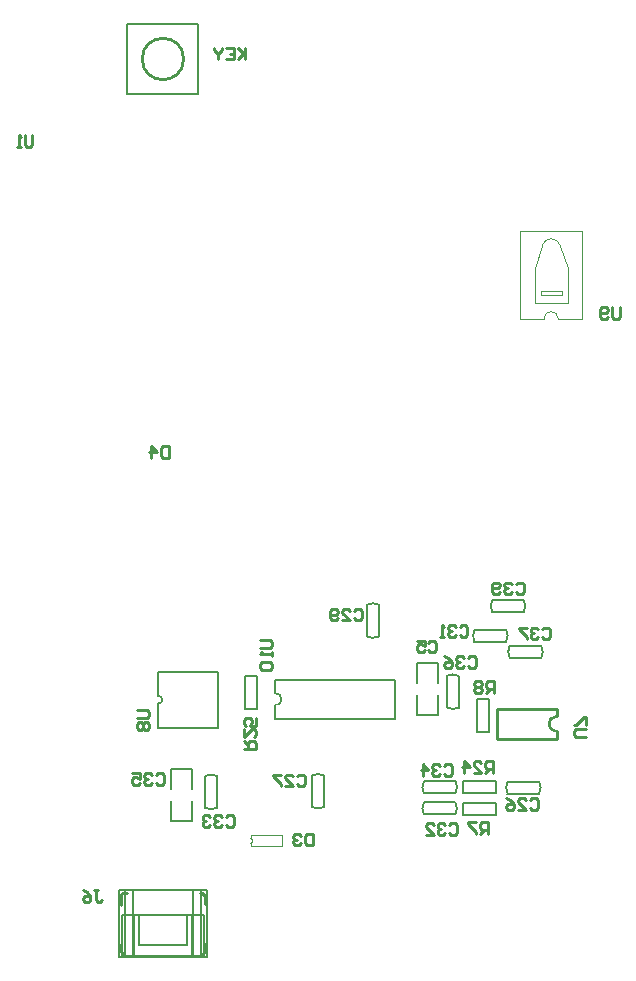
<source format=gbo>
%FSLAX25Y25*%
%MOIN*%
G70*
G01*
G75*
G04 Layer_Color=32896*
%ADD10R,0.03000X0.03000*%
%ADD11R,0.03000X0.03000*%
%ADD12R,0.06000X0.13780*%
%ADD13R,0.05000X0.01000*%
%ADD14O,0.05000X0.01000*%
%ADD15R,0.01000X0.05000*%
%ADD16C,0.03937*%
%ADD17R,0.03600X0.03600*%
%ADD18R,0.05000X0.03600*%
%ADD19R,0.03600X0.03600*%
%ADD20R,0.03600X0.05000*%
%ADD21R,0.06000X0.05000*%
%ADD22R,0.07500X0.09000*%
%ADD23R,0.10827X0.10827*%
%ADD24R,0.05000X0.06000*%
%ADD25R,0.15748X0.11811*%
%ADD26O,0.03150X0.09843*%
%ADD27R,0.03150X0.09843*%
%ADD28R,0.11811X0.15748*%
%ADD29O,0.09843X0.03150*%
%ADD30R,0.09843X0.03150*%
%ADD31O,0.05906X0.01969*%
G04:AMPARAMS|DCode=32|XSize=86.61mil|YSize=47.24mil|CornerRadius=11.81mil|HoleSize=0mil|Usage=FLASHONLY|Rotation=270.000|XOffset=0mil|YOffset=0mil|HoleType=Round|Shape=RoundedRectangle|*
%AMROUNDEDRECTD32*
21,1,0.08661,0.02362,0,0,270.0*
21,1,0.06299,0.04724,0,0,270.0*
1,1,0.02362,-0.01181,-0.03150*
1,1,0.02362,-0.01181,0.03150*
1,1,0.02362,0.01181,0.03150*
1,1,0.02362,0.01181,-0.03150*
%
%ADD32ROUNDEDRECTD32*%
%ADD33R,0.04724X0.09449*%
%ADD34C,0.01000*%
%ADD35C,0.01969*%
%ADD36C,0.03150*%
%ADD37C,0.01181*%
%ADD38C,0.02953*%
%ADD39C,0.06000*%
%ADD40O,0.07874X0.11811*%
%ADD41C,0.06200*%
%ADD42P,0.06711X8X22.5*%
%ADD43R,0.05906X0.05906*%
%ADD44C,0.05906*%
%ADD45O,0.06000X0.04000*%
%ADD46O,0.04724X0.07874*%
%ADD47P,0.06392X8X22.5*%
%ADD48C,0.05906*%
%ADD49P,0.06392X8X142.5*%
%ADD50P,0.06392X8X82.5*%
%ADD51C,0.06299*%
%ADD52C,0.02362*%
%ADD53R,0.02362X0.04331*%
%ADD54R,0.07087X0.03150*%
%ADD55R,0.01575X0.07874*%
%ADD56O,0.01575X0.07874*%
%ADD57O,0.01969X0.05906*%
%ADD58O,0.02400X0.08000*%
%ADD59C,0.00787*%
%ADD60C,0.00500*%
%ADD61C,0.00800*%
%ADD62C,0.00394*%
%ADD63R,0.02567X0.13000*%
%ADD64R,0.02900X0.14000*%
%ADD65R,0.03800X0.03800*%
%ADD66R,0.03800X0.03800*%
%ADD67R,0.06800X0.14579*%
%ADD68R,0.05800X0.01800*%
%ADD69O,0.05800X0.01800*%
%ADD70R,0.01800X0.05800*%
%ADD71C,0.04737*%
%ADD72R,0.04400X0.04400*%
%ADD73R,0.05800X0.04400*%
%ADD74R,0.04400X0.04400*%
%ADD75R,0.04400X0.05800*%
%ADD76R,0.06800X0.05800*%
%ADD77R,0.08300X0.09800*%
%ADD78R,0.11627X0.11627*%
%ADD79R,0.05800X0.06800*%
%ADD80R,0.16548X0.12611*%
%ADD81O,0.03950X0.10642*%
%ADD82R,0.03950X0.10642*%
%ADD83R,0.12611X0.16548*%
%ADD84O,0.10642X0.03950*%
%ADD85R,0.10642X0.03950*%
%ADD86O,0.06706X0.02769*%
G04:AMPARAMS|DCode=87|XSize=94.61mil|YSize=55.24mil|CornerRadius=13.81mil|HoleSize=0mil|Usage=FLASHONLY|Rotation=270.000|XOffset=0mil|YOffset=0mil|HoleType=Round|Shape=RoundedRectangle|*
%AMROUNDEDRECTD87*
21,1,0.09461,0.02762,0,0,270.0*
21,1,0.06699,0.05524,0,0,270.0*
1,1,0.02762,-0.01381,-0.03350*
1,1,0.02762,-0.01381,0.03350*
1,1,0.02762,0.01381,0.03350*
1,1,0.02762,0.01381,-0.03350*
%
%ADD87ROUNDEDRECTD87*%
%ADD88R,0.05524X0.10249*%
%ADD89C,0.06800*%
%ADD90O,0.08674X0.12611*%
%ADD91C,0.07000*%
%ADD92P,0.07577X8X22.5*%
%ADD93R,0.06706X0.06706*%
%ADD94C,0.06706*%
%ADD95O,0.06800X0.04800*%
%ADD96O,0.05524X0.08674*%
%ADD97P,0.07258X8X22.5*%
%ADD98C,0.06706*%
%ADD99P,0.07258X8X142.5*%
%ADD100P,0.07258X8X82.5*%
%ADD101C,0.07099*%
%ADD102R,0.03162X0.05131*%
%ADD103R,0.07887X0.03950*%
%ADD104R,0.02375X0.08674*%
%ADD105O,0.02375X0.08674*%
%ADD106O,0.02769X0.06706*%
%ADD107O,0.03200X0.08800*%
D34*
X7390Y137757D02*
G03*
X7390Y137757I-6890J0D01*
G01*
X131700Y-81400D02*
G03*
X131700Y-86400I0J-2500D01*
G01*
X14500Y-159800D02*
Y-157300D01*
X-10500Y-161300D02*
X13000D01*
X-12000D02*
X-10500D01*
X-13500Y-159800D02*
X-12000Y-161300D01*
X-13500Y-159800D02*
Y-159300D01*
X13000Y-161300D02*
X14500Y-159800D01*
X-13500Y-159300D02*
Y-157300D01*
Y-144300D02*
Y-142800D01*
Y-140800D01*
X-13000Y-140300D01*
X-11500D01*
X14500Y-143800D02*
Y-141300D01*
X13500Y-140300D02*
X14500Y-141300D01*
X13000Y-140300D02*
X13500D01*
X111700Y-88900D02*
X131700D01*
X111700D02*
Y-78900D01*
X131700D01*
Y-81400D02*
Y-78900D01*
Y-88900D02*
Y-86400D01*
X32764Y-56000D02*
X36044D01*
X36700Y-56656D01*
Y-57968D01*
X36044Y-58624D01*
X32764D01*
X36700Y-59936D02*
Y-61248D01*
Y-60592D01*
X32764D01*
X33420Y-59936D01*
Y-63216D02*
X32764Y-63872D01*
Y-65183D01*
X33420Y-65839D01*
X36044D01*
X36700Y-65183D01*
Y-63872D01*
X36044Y-63216D01*
X33420D01*
X-8036Y-79200D02*
X-4756D01*
X-4100Y-79856D01*
Y-81168D01*
X-4756Y-81824D01*
X-8036D01*
X-7380Y-83136D02*
X-8036Y-83792D01*
Y-85104D01*
X-7380Y-85760D01*
X-6724D01*
X-6068Y-85104D01*
X-5412Y-85760D01*
X-4756D01*
X-4100Y-85104D01*
Y-83792D01*
X-4756Y-83136D01*
X-5412D01*
X-6068Y-83792D01*
X-6724Y-83136D01*
X-7380D01*
X-6068Y-83792D02*
Y-85104D01*
X141436Y-88300D02*
X138156D01*
X137500Y-87644D01*
Y-86332D01*
X138156Y-85676D01*
X141436D01*
Y-84364D02*
Y-81740D01*
X140780D01*
X138156Y-84364D01*
X137500D01*
X27500Y-92300D02*
X31436D01*
Y-90332D01*
X30780Y-89676D01*
X29468D01*
X28812Y-90332D01*
Y-92300D01*
Y-90988D02*
X27500Y-89676D01*
Y-85740D02*
Y-88364D01*
X30124Y-85740D01*
X30780D01*
X31436Y-86396D01*
Y-87708D01*
X30780Y-88364D01*
X31436Y-81805D02*
Y-84429D01*
X29468D01*
X30124Y-83117D01*
Y-82461D01*
X29468Y-81805D01*
X28156D01*
X27500Y-82461D01*
Y-83773D01*
X28156Y-84429D01*
X110600Y-100200D02*
Y-96264D01*
X108632D01*
X107976Y-96920D01*
Y-98232D01*
X108632Y-98888D01*
X110600D01*
X109288D02*
X107976Y-100200D01*
X104040D02*
X106664D01*
X104040Y-97576D01*
Y-96920D01*
X104696Y-96264D01*
X106008D01*
X106664Y-96920D01*
X100761Y-100200D02*
Y-96264D01*
X102728Y-98232D01*
X100105D01*
X110700Y-73500D02*
Y-69564D01*
X108732D01*
X108076Y-70220D01*
Y-71532D01*
X108732Y-72188D01*
X110700D01*
X109388D02*
X108076Y-73500D01*
X106764Y-70220D02*
X106108Y-69564D01*
X104796D01*
X104140Y-70220D01*
Y-70876D01*
X104796Y-71532D01*
X104140Y-72188D01*
Y-72844D01*
X104796Y-73500D01*
X106108D01*
X106764Y-72844D01*
Y-72188D01*
X106108Y-71532D01*
X106764Y-70876D01*
Y-70220D01*
X106108Y-71532D02*
X104796D01*
X108800Y-120600D02*
Y-116664D01*
X106832D01*
X106176Y-117320D01*
Y-118632D01*
X106832Y-119288D01*
X108800D01*
X107488D02*
X106176Y-120600D01*
X104864Y-116664D02*
X102240D01*
Y-117320D01*
X104864Y-119944D01*
Y-120600D01*
X50400Y-120464D02*
Y-124400D01*
X48432D01*
X47776Y-123744D01*
Y-121120D01*
X48432Y-120464D01*
X50400D01*
X46464Y-121120D02*
X45808Y-120464D01*
X44496D01*
X43840Y-121120D01*
Y-121776D01*
X44496Y-122432D01*
X45152D01*
X44496D01*
X43840Y-123088D01*
Y-123744D01*
X44496Y-124400D01*
X45808D01*
X46464Y-123744D01*
X118176Y-37420D02*
X118832Y-36764D01*
X120144D01*
X120800Y-37420D01*
Y-40044D01*
X120144Y-40700D01*
X118832D01*
X118176Y-40044D01*
X116864Y-37420D02*
X116208Y-36764D01*
X114896D01*
X114240Y-37420D01*
Y-38076D01*
X114896Y-38732D01*
X115552D01*
X114896D01*
X114240Y-39388D01*
Y-40044D01*
X114896Y-40700D01*
X116208D01*
X116864Y-40044D01*
X112928D02*
X112273Y-40700D01*
X110961D01*
X110305Y-40044D01*
Y-37420D01*
X110961Y-36764D01*
X112273D01*
X112928Y-37420D01*
Y-38076D01*
X112273Y-38732D01*
X110305D01*
X126976Y-52420D02*
X127632Y-51764D01*
X128944D01*
X129600Y-52420D01*
Y-55044D01*
X128944Y-55700D01*
X127632D01*
X126976Y-55044D01*
X125664Y-52420D02*
X125008Y-51764D01*
X123696D01*
X123040Y-52420D01*
Y-53076D01*
X123696Y-53732D01*
X124352D01*
X123696D01*
X123040Y-54388D01*
Y-55044D01*
X123696Y-55700D01*
X125008D01*
X125664Y-55044D01*
X121729Y-51764D02*
X119105D01*
Y-52420D01*
X121729Y-55044D01*
Y-55700D01*
X102176Y-62020D02*
X102832Y-61364D01*
X104144D01*
X104800Y-62020D01*
Y-64644D01*
X104144Y-65300D01*
X102832D01*
X102176Y-64644D01*
X100864Y-62020D02*
X100208Y-61364D01*
X98896D01*
X98240Y-62020D01*
Y-62676D01*
X98896Y-63332D01*
X99552D01*
X98896D01*
X98240Y-63988D01*
Y-64644D01*
X98896Y-65300D01*
X100208D01*
X100864Y-64644D01*
X94305Y-61364D02*
X95617Y-62020D01*
X96929Y-63332D01*
Y-64644D01*
X96273Y-65300D01*
X94961D01*
X94305Y-64644D01*
Y-63988D01*
X94961Y-63332D01*
X96929D01*
X-1924Y-100820D02*
X-1268Y-100164D01*
X44D01*
X700Y-100820D01*
Y-103444D01*
X44Y-104100D01*
X-1268D01*
X-1924Y-103444D01*
X-3236Y-100820D02*
X-3892Y-100164D01*
X-5204D01*
X-5860Y-100820D01*
Y-101476D01*
X-5204Y-102132D01*
X-4548D01*
X-5204D01*
X-5860Y-102788D01*
Y-103444D01*
X-5204Y-104100D01*
X-3892D01*
X-3236Y-103444D01*
X-9795Y-100164D02*
X-7171D01*
Y-102132D01*
X-8483Y-101476D01*
X-9139D01*
X-9795Y-102132D01*
Y-103444D01*
X-9139Y-104100D01*
X-7827D01*
X-7171Y-103444D01*
X94276Y-97820D02*
X94932Y-97164D01*
X96244D01*
X96900Y-97820D01*
Y-100444D01*
X96244Y-101100D01*
X94932D01*
X94276Y-100444D01*
X92964Y-97820D02*
X92308Y-97164D01*
X90996D01*
X90340Y-97820D01*
Y-98476D01*
X90996Y-99132D01*
X91652D01*
X90996D01*
X90340Y-99788D01*
Y-100444D01*
X90996Y-101100D01*
X92308D01*
X92964Y-100444D01*
X87061Y-101100D02*
Y-97164D01*
X89029Y-99132D01*
X86405D01*
X21576Y-114820D02*
X22232Y-114164D01*
X23544D01*
X24200Y-114820D01*
Y-117444D01*
X23544Y-118100D01*
X22232D01*
X21576Y-117444D01*
X20264Y-114820D02*
X19608Y-114164D01*
X18296D01*
X17640Y-114820D01*
Y-115476D01*
X18296Y-116132D01*
X18952D01*
X18296D01*
X17640Y-116788D01*
Y-117444D01*
X18296Y-118100D01*
X19608D01*
X20264Y-117444D01*
X16329Y-114820D02*
X15673Y-114164D01*
X14361D01*
X13705Y-114820D01*
Y-115476D01*
X14361Y-116132D01*
X15017D01*
X14361D01*
X13705Y-116788D01*
Y-117444D01*
X14361Y-118100D01*
X15673D01*
X16329Y-117444D01*
X95976Y-117620D02*
X96632Y-116964D01*
X97944D01*
X98600Y-117620D01*
Y-120244D01*
X97944Y-120900D01*
X96632D01*
X95976Y-120244D01*
X94664Y-117620D02*
X94008Y-116964D01*
X92696D01*
X92040Y-117620D01*
Y-118276D01*
X92696Y-118932D01*
X93352D01*
X92696D01*
X92040Y-119588D01*
Y-120244D01*
X92696Y-120900D01*
X94008D01*
X94664Y-120244D01*
X88105Y-120900D02*
X90728D01*
X88105Y-118276D01*
Y-117620D01*
X88761Y-116964D01*
X90073D01*
X90728Y-117620D01*
X99376Y-51720D02*
X100032Y-51064D01*
X101344D01*
X102000Y-51720D01*
Y-54344D01*
X101344Y-55000D01*
X100032D01*
X99376Y-54344D01*
X98064Y-51720D02*
X97408Y-51064D01*
X96096D01*
X95440Y-51720D01*
Y-52376D01*
X96096Y-53032D01*
X96752D01*
X96096D01*
X95440Y-53688D01*
Y-54344D01*
X96096Y-55000D01*
X97408D01*
X98064Y-54344D01*
X94129Y-55000D02*
X92817D01*
X93473D01*
Y-51064D01*
X94129Y-51720D01*
X64076Y-46120D02*
X64732Y-45464D01*
X66044D01*
X66700Y-46120D01*
Y-48744D01*
X66044Y-49400D01*
X64732D01*
X64076Y-48744D01*
X60140Y-49400D02*
X62764D01*
X60140Y-46776D01*
Y-46120D01*
X60796Y-45464D01*
X62108D01*
X62764Y-46120D01*
X58829Y-48744D02*
X58173Y-49400D01*
X56861D01*
X56205Y-48744D01*
Y-46120D01*
X56861Y-45464D01*
X58173D01*
X58829Y-46120D01*
Y-46776D01*
X58173Y-47432D01*
X56205D01*
X45176Y-101420D02*
X45832Y-100764D01*
X47144D01*
X47800Y-101420D01*
Y-104044D01*
X47144Y-104700D01*
X45832D01*
X45176Y-104044D01*
X41240Y-104700D02*
X43864D01*
X41240Y-102076D01*
Y-101420D01*
X41896Y-100764D01*
X43208D01*
X43864Y-101420D01*
X39928Y-100764D02*
X37305D01*
Y-101420D01*
X39928Y-104044D01*
Y-104700D01*
X122874Y-109322D02*
X123530Y-108666D01*
X124842D01*
X125498Y-109322D01*
Y-111946D01*
X124842Y-112602D01*
X123530D01*
X122874Y-111946D01*
X118938Y-112602D02*
X121562D01*
X118938Y-109978D01*
Y-109322D01*
X119594Y-108666D01*
X120906D01*
X121562Y-109322D01*
X115003Y-108666D02*
X116315Y-109322D01*
X117627Y-110634D01*
Y-111946D01*
X116971Y-112602D01*
X115659D01*
X115003Y-111946D01*
Y-111290D01*
X115659Y-110634D01*
X117627D01*
X89026Y-56770D02*
X89682Y-56114D01*
X90994D01*
X91650Y-56770D01*
Y-59394D01*
X90994Y-60050D01*
X89682D01*
X89026Y-59394D01*
X85090Y-56114D02*
X87714D01*
Y-58082D01*
X86402Y-57426D01*
X85746D01*
X85090Y-58082D01*
Y-59394D01*
X85746Y-60050D01*
X87058D01*
X87714Y-59394D01*
X2400Y8836D02*
Y4900D01*
X432D01*
X-224Y5556D01*
Y8180D01*
X432Y8836D01*
X2400D01*
X-3504Y4900D02*
Y8836D01*
X-1536Y6868D01*
X-4160D01*
X-43000Y112436D02*
Y109156D01*
X-43656Y108500D01*
X-44968D01*
X-45624Y109156D01*
Y112436D01*
X-46936Y108500D02*
X-48248D01*
X-47592D01*
Y112436D01*
X-46936Y111780D01*
X152800Y55036D02*
Y51756D01*
X152144Y51100D01*
X150832D01*
X150176Y51756D01*
Y55036D01*
X148864Y51756D02*
X148208Y51100D01*
X146896D01*
X146240Y51756D01*
Y54380D01*
X146896Y55036D01*
X148208D01*
X148864Y54380D01*
Y53724D01*
X148208Y53068D01*
X146240D01*
X-22324Y-139364D02*
X-21012D01*
X-21668D01*
Y-142644D01*
X-21012Y-143300D01*
X-20356D01*
X-19700Y-142644D01*
X-26260Y-139364D02*
X-24948Y-140020D01*
X-23636Y-141332D01*
Y-142644D01*
X-24292Y-143300D01*
X-25604D01*
X-26260Y-142644D01*
Y-141988D01*
X-25604Y-141332D01*
X-23636D01*
X28000Y141536D02*
Y137600D01*
Y138912D01*
X25376Y141536D01*
X27344Y139568D01*
X25376Y137600D01*
X21440Y141536D02*
X24064D01*
Y137600D01*
X21440D01*
X24064Y139568D02*
X22752D01*
X20129Y141536D02*
Y140880D01*
X18817Y139568D01*
X17505Y140880D01*
Y141536D01*
X18817Y139568D02*
Y137600D01*
D59*
X95091Y-78417D02*
G03*
X99068Y-78439I2009J3818D01*
G01*
X99109Y-67883D02*
G03*
X95131Y-67861I-2009J-3818D01*
G01*
X37900Y-77780D02*
G03*
X37900Y-73579I0J2100D01*
G01*
X-1000Y-77101D02*
G03*
X-1000Y-74601I0J1250D01*
G01*
X50191Y-111618D02*
G03*
X54168Y-111639I2009J3818D01*
G01*
X54209Y-101083D02*
G03*
X50231Y-101061I-2009J-3818D01*
G01*
X68491Y-54717D02*
G03*
X72469Y-54739I2009J3818D01*
G01*
X72509Y-44183D02*
G03*
X68532Y-44161I-2009J-3818D01*
G01*
X110283Y-42591D02*
G03*
X110261Y-46569I3818J-2009D01*
G01*
X120817Y-46609D02*
G03*
X120839Y-42632I-3818J2009D01*
G01*
X87483Y-102982D02*
G03*
X87461Y-106959I3818J-2009D01*
G01*
X98018Y-107000D02*
G03*
X98039Y-103022I-3818J2009D01*
G01*
X14591Y-111818D02*
G03*
X18568Y-111839I2009J3818D01*
G01*
X18609Y-101283D02*
G03*
X14631Y-101261I-2009J-3818D01*
G01*
X87483Y-110082D02*
G03*
X87461Y-114059I3818J-2009D01*
G01*
X98018Y-114100D02*
G03*
X98039Y-110122I-3818J2009D01*
G01*
X104383Y-52491D02*
G03*
X104361Y-56468I3818J-2009D01*
G01*
X114918Y-56509D02*
G03*
X114939Y-52531I-3818J2009D01*
G01*
X115383Y-103091D02*
G03*
X115361Y-107069I3818J-2009D01*
G01*
X125917Y-107109D02*
G03*
X125939Y-103131I-3818J2009D01*
G01*
X116083Y-57891D02*
G03*
X116061Y-61869I3818J-2009D01*
G01*
X126618Y-61909D02*
G03*
X126639Y-57932I-3818J2009D01*
G01*
X99100Y-78439D02*
Y-68000D01*
X95100Y-78400D02*
Y-67900D01*
X85157Y-80913D02*
X92243D01*
X85157Y-63487D02*
X92243D01*
Y-70200D02*
Y-63487D01*
X85157Y-70200D02*
Y-63487D01*
Y-80913D02*
Y-74200D01*
X92243Y-80913D02*
Y-74200D01*
X37900Y-69124D02*
X77900D01*
Y-82235D02*
Y-69124D01*
X37900Y-82235D02*
X77900D01*
X37900D02*
Y-77780D01*
Y-73579D02*
Y-69124D01*
X-1000Y-66540D02*
X19000D01*
Y-85162D02*
Y-66540D01*
X-1000Y-85162D02*
X19000D01*
X-1000D02*
Y-77101D01*
Y-74601D02*
Y-66540D01*
X100459Y-107000D02*
Y-103000D01*
X111459Y-107000D02*
Y-103000D01*
X100459D02*
X111459D01*
X100459Y-107000D02*
X111459D01*
X27800Y-78841D02*
X31800D01*
X27800Y-67841D02*
X31800D01*
X27800Y-78841D02*
Y-67841D01*
X31800Y-78841D02*
Y-67841D01*
X3057Y-98787D02*
X10143D01*
X3057Y-116213D02*
X10143D01*
X3057D02*
Y-109500D01*
X10143Y-116213D02*
Y-109500D01*
Y-105500D02*
Y-98787D01*
X3057Y-105500D02*
Y-98787D01*
X54200Y-111639D02*
Y-101200D01*
X50200Y-111600D02*
Y-101100D01*
X100459Y-114100D02*
Y-110100D01*
X111459Y-114100D02*
Y-110100D01*
X100459D02*
X111459D01*
X100459Y-114100D02*
X111459D01*
X105100Y-75659D02*
X109100D01*
X105100Y-86659D02*
X109100D01*
Y-75659D01*
X105100Y-86659D02*
Y-75659D01*
X72500Y-54739D02*
Y-44300D01*
X68500Y-54700D02*
Y-44200D01*
X110261Y-46600D02*
X120700D01*
X110300Y-42600D02*
X120800D01*
X87461Y-106991D02*
X97900D01*
X87500Y-102991D02*
X98000D01*
X18600Y-111839D02*
Y-101400D01*
X14600Y-111800D02*
Y-101300D01*
X87461Y-114091D02*
X97900D01*
X87500Y-110091D02*
X98000D01*
X104361Y-56500D02*
X114800D01*
X104400Y-52500D02*
X114900D01*
X115361Y-107100D02*
X125800D01*
X115400Y-103100D02*
X125900D01*
X116061Y-61900D02*
X126500D01*
X116100Y-57900D02*
X126600D01*
D60*
X7390Y137757D02*
G03*
X7390Y137757I-6890J0D01*
G01*
X15264Y-161456D02*
Y-158700D01*
X-14264Y-161456D02*
Y-158700D01*
X-9539Y-161456D02*
Y-158700D01*
X-9050Y-161456D02*
Y-147676D01*
X-9539Y-158700D02*
Y-139212D01*
X-11311Y149568D02*
X12311D01*
X-11311Y125946D02*
X12311D01*
X-11311D02*
Y149568D01*
X12311Y125946D02*
Y149568D01*
X-13083Y-147676D02*
X14083D01*
X-14264Y-161456D02*
X15264D01*
X10050D02*
Y-147676D01*
X13295Y-161456D02*
Y-139212D01*
X15264Y-158700D02*
Y-139212D01*
X-12295Y-161456D02*
Y-139212D01*
X-14264Y-158700D02*
Y-139212D01*
X-13083Y-161456D02*
Y-147676D01*
X-14264Y-161456D02*
Y-139212D01*
X15264D01*
Y-161456D02*
Y-139212D01*
X14083Y-161456D02*
Y-147676D01*
X10539Y-161456D02*
Y-158700D01*
Y-139212D01*
X-7374Y-157519D02*
X8374D01*
X-7374D02*
Y-147676D01*
X8374Y-157519D02*
Y-147676D01*
X12311Y125946D02*
Y149568D01*
X-11311Y125946D02*
Y149568D01*
Y125946D02*
X12311D01*
X-11311Y149568D02*
X12311D01*
D62*
X29702Y-123674D02*
G03*
X29700Y-122100I-17J787D01*
G01*
X132975Y75493D02*
G03*
X126891Y75493I-3042J-815D01*
G01*
X132312Y51174D02*
G03*
X127555Y51174I-2379J0D01*
G01*
X29700Y-124600D02*
X40100D01*
Y-120900D01*
X29800D02*
X40100D01*
X29700Y-121000D02*
X29800Y-120900D01*
X29702Y-124599D02*
Y-123674D01*
X29700Y-122100D02*
Y-121000D01*
X124421Y56528D02*
Y68142D01*
X135366Y56528D02*
Y68142D01*
X124421Y56528D02*
X135366D01*
X119500Y51174D02*
X127555D01*
X132312D02*
X140287D01*
X119500D02*
Y80426D01*
X140287Y51174D02*
Y80426D01*
X119500D02*
X140287D01*
X132975Y75493D02*
X135366Y68142D01*
X124421Y68103D02*
X126891Y75493D01*
X126390Y59127D02*
X133398D01*
X126390Y60308D02*
X133398D01*
Y59127D02*
Y60308D01*
X126390Y59127D02*
Y60308D01*
M02*

</source>
